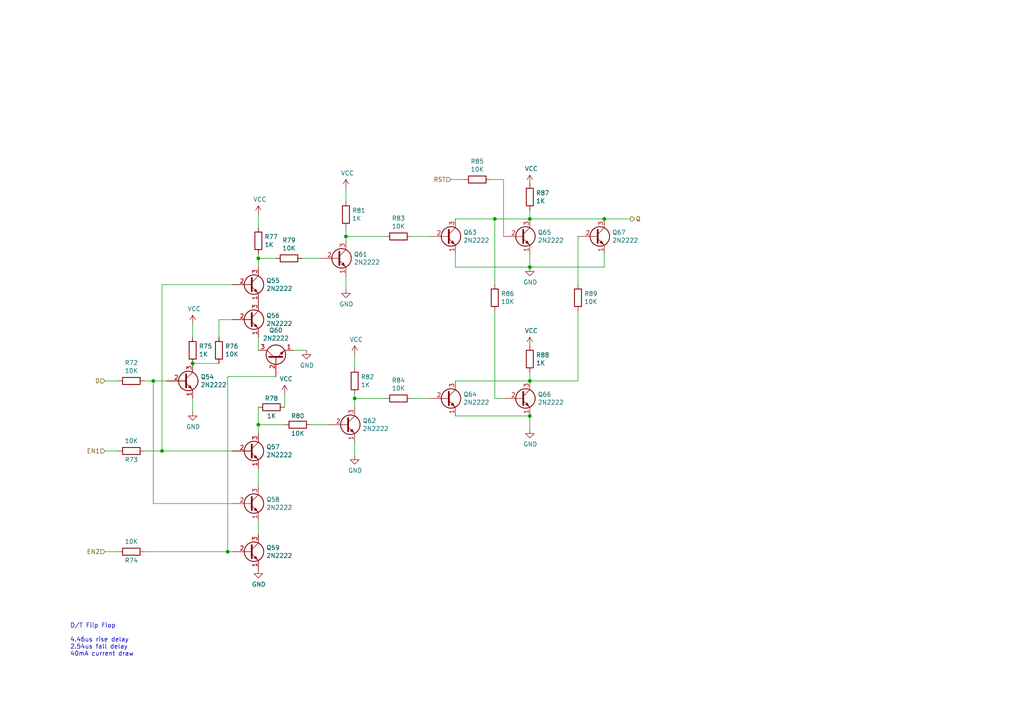
<source format=kicad_sch>
(kicad_sch (version 20230121) (generator eeschema)
  (paper "A4")
  (title_block (title "D Flip Flop") (date "2019-12-24") (rev "1") (comment 4 "Also doubles as a T flip-fop if desired"))
  (lib_symbols
    (symbol "2n2222:2N2222" (pin_names (offset 0) hide)
      (property "Reference" "Q" (at 5.08 1.905 0))
      (property "Value" "2N2222" (at 5.08 0 0))
      (symbol "2N2222_0_1"
        (polyline (pts (xy 0.635 0.635) (xy 2.54 2.54)))
        (polyline (pts (xy 0.635 -0.635) (xy 2.54 -2.54) (xy 2.54 -2.54)))
        (polyline (pts (xy 0.635 1.905) (xy 0.635 -1.905) (xy 0.635 -1.905)) (stroke (width 0.508)))
        (polyline (pts (xy 1.27 -1.778) (xy 1.778 -1.27) (xy 2.286 -2.286) (xy 1.27 -1.778) (xy 1.27 -1.778)) (fill (type outline)))
        (circle (center 1.27 0) (radius 2.8194) (stroke (width 0.254)))
      )
      (symbol "2N2222_1_1"
        (pin passive line (at 2.54 -5.08 90) (length 2.54) (name "E") (number "1"))
        (pin passive line (at -5.08 0 0) (length 5.715) (name "B") (number "2"))
        (pin passive line (at 2.54 5.08 270) (length 2.54) (name "C") (number "3"))
      )
    )
    (symbol "Device:R" (pin_numbers hide) (pin_names (offset 0))
      (property "Reference" "R" (at 2.032 0 90))
      (property "Value" "R" (at 0 0 90))
      (symbol "R_0_1"
        (rectangle (start -1.016 -2.54) (end 1.016 2.54) (stroke (width 0.254)))
      )
      (symbol "R_1_1"
        (pin passive line (at 0 3.81 270) (length 1.27) (name "~") (number "1"))
        (pin passive line (at 0 -3.81 90) (length 1.27) (name "~") (number "2"))
      )
    )
    (symbol "power:GND" (power) (pin_names (offset 0))
      (property "Value" "GND" (at 0 -3.81 0))
      (symbol "GND_0_1"
        (polyline (pts (xy 0 0) (xy 0 -1.27) (xy 1.27 -1.27) (xy 0 -2.54) (xy -1.27 -1.27) (xy 0 -1.27)))
      )
      (symbol "GND_1_1"
        (pin power_in line (at 0 0 270) (length 0) hide (name "GND") (number "1"))
      )
    )
    (symbol "power:VCC" (power) (pin_names (offset 0))
      (property "Value" "VCC" (at 0 3.81 0))
      (symbol "VCC_0_1"
        (polyline (pts (xy -0.762 1.27) (xy 0 2.54)))
        (polyline (pts (xy 0 0) (xy 0 2.54)))
        (polyline (pts (xy 0 2.54) (xy 0.762 1.27)))
      )
      (symbol "VCC_1_1"
        (pin power_in line (at 0 0 90) (length 0) hide (name "VCC") (number "1"))
      )
    )
  )
  (junction (at 44.45 110.49))
  (junction (at 175.26 63.5))
  (junction (at 100.33 68.58))
  (junction (at 102.87 115.57))
  (junction (at 46.99 130.81))
  (junction (at 55.88 105.41))
  (junction (at 153.67 63.5))
  (junction (at 153.67 77.47))
  (junction (at 153.67 110.49))
  (junction (at 74.93 123.19))
  (junction (at 66.04 160.02))
  (junction (at 74.93 74.93))
  (junction (at 153.67 120.65))
  (junction (at 143.51 63.5))
  (wire (pts (xy 102.87 128.27) (xy 102.87 132.08)))
  (wire (pts (xy 153.67 124.46) (xy 153.67 120.65)))
  (wire (pts (xy 63.5 105.41) (xy 55.88 105.41)))
  (wire (pts (xy 102.87 115.57) (xy 102.87 118.11)))
  (wire (pts (xy 74.93 123.19) (xy 74.93 125.73)))
  (wire (pts (xy 153.67 77.47) (xy 175.26 77.47)))
  (wire (pts (xy 132.08 73.66) (xy 132.08 77.47)))
  (wire (pts (xy 44.45 110.49) (xy 44.45 146.05)))
  (wire (pts (xy 132.08 110.49) (xy 153.67 110.49)))
  (wire (pts (xy 111.76 68.58) (xy 100.33 68.58)))
  (wire (pts (xy 30.48 110.49) (xy 34.29 110.49)))
  (wire (pts (xy 46.99 82.55) (xy 46.99 130.81)))
  (wire (pts (xy 146.05 52.07) (xy 146.05 68.58)))
  (wire (pts (xy 132.08 77.47) (xy 153.67 77.47)))
  (wire (pts (xy 100.33 54.61) (xy 100.33 58.42)))
  (wire (pts (xy 132.08 120.65) (xy 153.67 120.65)))
  (wire (pts (xy 153.67 63.5) (xy 143.51 63.5)))
  (wire (pts (xy 143.51 115.57) (xy 146.05 115.57)))
  (wire (pts (xy 80.01 74.93) (xy 74.93 74.93)))
  (wire (pts (xy 90.17 123.19) (xy 95.25 123.19)))
  (wire (pts (xy 175.26 77.47) (xy 175.26 73.66)))
  (wire (pts (xy 34.29 130.81) (xy 30.48 130.81)))
  (wire (pts (xy 82.55 123.19) (xy 74.93 123.19)))
  (wire (pts (xy 100.33 66.04) (xy 100.33 68.58)))
  (wire (pts (xy 100.33 68.58) (xy 100.33 69.85)))
  (wire (pts (xy 46.99 130.81) (xy 41.91 130.81)))
  (wire (pts (xy 74.93 74.93) (xy 74.93 73.66)))
  (wire (pts (xy 46.99 82.55) (xy 67.31 82.55)))
  (wire (pts (xy 153.67 73.66) (xy 153.67 77.47)))
  (wire (pts (xy 167.64 82.55) (xy 167.64 68.58)))
  (wire (pts (xy 74.93 135.89) (xy 74.93 140.97)))
  (wire (pts (xy 74.93 118.11) (xy 74.93 123.19)))
  (wire (pts (xy 74.93 154.94) (xy 74.93 151.13)))
  (wire (pts (xy 41.91 110.49) (xy 44.45 110.49)))
  (wire (pts (xy 85.09 101.6) (xy 88.9 101.6)))
  (wire (pts (xy 66.04 109.22) (xy 66.04 160.02)))
  (wire (pts (xy 44.45 146.05) (xy 67.31 146.05)))
  (wire (pts (xy 55.88 97.79) (xy 55.88 93.98)))
  (wire (pts (xy 119.38 68.58) (xy 124.46 68.58)))
  (wire (pts (xy 143.51 63.5) (xy 143.51 82.55)))
  (wire (pts (xy 153.67 63.5) (xy 153.67 60.96)))
  (wire (pts (xy 66.04 160.02) (xy 67.31 160.02)))
  (wire (pts (xy 74.93 77.47) (xy 74.93 74.93)))
  (wire (pts (xy 102.87 102.87) (xy 102.87 106.68)))
  (wire (pts (xy 74.93 97.79) (xy 74.93 101.6)))
  (wire (pts (xy 153.67 110.49) (xy 153.67 107.95)))
  (wire (pts (xy 55.88 119.38) (xy 55.88 115.57)))
  (wire (pts (xy 102.87 114.3) (xy 102.87 115.57)))
  (wire (pts (xy 175.26 63.5) (xy 182.88 63.5)))
  (wire (pts (xy 143.51 90.17) (xy 143.51 115.57)))
  (wire (pts (xy 119.38 115.57) (xy 124.46 115.57)))
  (wire (pts (xy 130.81 52.07) (xy 134.62 52.07)))
  (wire (pts (xy 63.5 92.71) (xy 67.31 92.71)))
  (wire (pts (xy 143.51 63.5) (xy 132.08 63.5)))
  (wire (pts (xy 111.76 115.57) (xy 102.87 115.57)))
  (wire (pts (xy 66.04 109.22) (xy 80.01 109.22)))
  (wire (pts (xy 153.67 110.49) (xy 167.64 110.49)))
  (wire (pts (xy 44.45 110.49) (xy 48.26 110.49)))
  (wire (pts (xy 74.93 66.04) (xy 74.93 62.23)))
  (wire (pts (xy 100.33 80.01) (xy 100.33 83.82)))
  (wire (pts (xy 46.99 130.81) (xy 67.31 130.81)))
  (wire (pts (xy 63.5 97.79) (xy 63.5 92.71)))
  (wire (pts (xy 167.64 110.49) (xy 167.64 90.17)))
  (wire (pts (xy 41.91 160.02) (xy 66.04 160.02)))
  (wire (pts (xy 142.24 52.07) (xy 146.05 52.07)))
  (wire (pts (xy 87.63 74.93) (xy 92.71 74.93)))
  (wire (pts (xy 82.55 118.11) (xy 82.55 114.3)))
  (wire (pts (xy 30.48 160.02) (xy 34.29 160.02)))
  (wire (pts (xy 153.67 63.5) (xy 175.26 63.5)))
  (text "D/T Flip Flop\n\n4.46us rise delay\n2.54us fall delay\n40mA current draw" (at 20.32 190.5 0) (effects (font (size 1.27 1.27)) (justify left bottom)))
  (hierarchical_label "Q" (shape output) (at 182.88 63.5 0))
  (hierarchical_label "D" (shape input) (at 30.48 110.49 180))
  (hierarchical_label "EN2" (shape input) (at 30.48 160.02 180))
  (hierarchical_label "EN1" (shape input) (at 30.48 130.81 180))
  (hierarchical_label "RST" (shape input) (at 130.81 52.07 180))
  (symbol (lib_id "2n2222:2N2222") (at 72.39 82.55 0) (unit 1)
    (property "Reference" "Q55" (at 77.216 81.3816 0) (effects (justify left)))
    (property "Value" "2N2222" (at 77.216 83.693 0) (effects (justify left)))
    (property "Footprint" "Package_TO_SOT_THT:TO-92_Inline" (effects hide))
    (property "Datasheet" "https://www.fairchildsemi.com/datasheets/2N/2N3904.pdf" (effects hide))
  )
  (symbol (lib_id "Device:R") (at 74.93 69.85 0) (unit 1)
    (property "Reference" "R77" (at 76.708 68.6816 0) (effects (justify left)))
    (property "Value" "1K" (at 76.708 70.993 0) (effects (justify left)))
    (property "Footprint" "Resistor_THT:R_Axial_DIN0309_L9.0mm_D3.2mm_P12.70mm_Horizontal" (effects hide))
  )
  (symbol (lib_id "power:VCC") (at 74.93 62.23 0) (unit 1)
    (property "Reference" "#PWR082" (effects hide))
    (property "Value" "VCC" (at 75.3618 57.8358 0))
  )
  (symbol (lib_id "Device:R") (at 83.82 74.93 270) (unit 1)
    (property "Reference" "R79" (at 83.82 69.6722 90))
    (property "Value" "10K" (at 83.82 71.9836 90))
    (property "Footprint" "Resistor_THT:R_Axial_DIN0309_L9.0mm_D3.2mm_P12.70mm_Horizontal" (effects hide))
  )
  (symbol (lib_id "2n2222:2N2222") (at 97.79 74.93 0) (unit 1)
    (property "Reference" "Q61" (at 102.616 73.7616 0) (effects (justify left)))
    (property "Value" "2N2222" (at 102.616 76.073 0) (effects (justify left)))
    (property "Footprint" "Package_TO_SOT_THT:TO-92_Inline" (effects hide))
    (property "Datasheet" "https://www.fairchildsemi.com/datasheets/2N/2N3904.pdf" (effects hide))
  )
  (symbol (lib_id "power:VCC") (at 100.33 54.61 0) (unit 1)
    (property "Reference" "#PWR086" (effects hide))
    (property "Value" "VCC" (at 100.7618 50.2158 0))
  )
  (symbol (lib_id "power:GND") (at 100.33 83.82 0) (unit 1)
    (property "Reference" "#PWR087" (effects hide))
    (property "Value" "GND" (at 100.457 88.2142 0))
  )
  (symbol (lib_id "2n2222:2N2222") (at 72.39 92.71 0) (unit 1)
    (property "Reference" "Q56" (at 77.216 91.5416 0) (effects (justify left)))
    (property "Value" "2N2222" (at 77.216 93.853 0) (effects (justify left)))
    (property "Footprint" "Package_TO_SOT_THT:TO-92_Inline" (effects hide))
    (property "Datasheet" "https://www.fairchildsemi.com/datasheets/2N/2N3904.pdf" (effects hide))
  )
  (symbol (lib_id "2n2222:2N2222") (at 53.34 110.49 0) (unit 1)
    (property "Reference" "Q54" (at 58.166 109.3216 0) (effects (justify left)))
    (property "Value" "2N2222" (at 58.166 111.633 0) (effects (justify left)))
    (property "Footprint" "Package_TO_SOT_THT:TO-92_Inline" (effects hide))
    (property "Datasheet" "https://www.fairchildsemi.com/datasheets/2N/2N3904.pdf" (effects hide))
  )
  (symbol (lib_id "Device:R") (at 38.1 110.49 270) (unit 1)
    (property "Reference" "R72" (at 38.1 105.2322 90))
    (property "Value" "10K" (at 38.1 107.5436 90))
    (property "Footprint" "Resistor_THT:R_Axial_DIN0309_L9.0mm_D3.2mm_P12.70mm_Horizontal" (effects hide))
  )
  (symbol (lib_id "power:GND") (at 55.88 119.38 0) (unit 1)
    (property "Reference" "#PWR081" (effects hide))
    (property "Value" "GND" (at 56.007 123.7742 0))
  )
  (symbol (lib_id "power:VCC") (at 55.88 93.98 0) (unit 1)
    (property "Reference" "#PWR080" (effects hide))
    (property "Value" "VCC" (at 56.3118 89.5858 0))
  )
  (symbol (lib_id "Device:R") (at 55.88 101.6 0) (unit 1)
    (property "Reference" "R75" (at 57.658 100.4316 0) (effects (justify left)))
    (property "Value" "1K" (at 57.658 102.743 0) (effects (justify left)))
    (property "Footprint" "Resistor_THT:R_Axial_DIN0309_L9.0mm_D3.2mm_P12.70mm_Horizontal" (effects hide))
  )
  (symbol (lib_id "power:GND") (at 88.9 101.6 0) (unit 1)
    (property "Reference" "#PWR085" (effects hide))
    (property "Value" "GND" (at 89.027 105.9942 0))
  )
  (symbol (lib_id "2n2222:2N2222") (at 72.39 130.81 0) (unit 1)
    (property "Reference" "Q57" (at 77.216 129.6416 0) (effects (justify left)))
    (property "Value" "2N2222" (at 77.216 131.953 0) (effects (justify left)))
    (property "Footprint" "Package_TO_SOT_THT:TO-92_Inline" (effects hide))
    (property "Datasheet" "https://www.fairchildsemi.com/datasheets/2N/2N3904.pdf" (effects hide))
  )
  (symbol (lib_id "2n2222:2N2222") (at 72.39 146.05 0) (unit 1)
    (property "Reference" "Q58" (at 77.216 144.8816 0) (effects (justify left)))
    (property "Value" "2N2222" (at 77.216 147.193 0) (effects (justify left)))
    (property "Footprint" "Package_TO_SOT_THT:TO-92_Inline" (effects hide))
    (property "Datasheet" "https://www.fairchildsemi.com/datasheets/2N/2N3904.pdf" (effects hide))
  )
  (symbol (lib_id "Device:R") (at 102.87 110.49 0) (unit 1)
    (property "Reference" "R82" (at 104.648 109.3216 0) (effects (justify left)))
    (property "Value" "1K" (at 104.648 111.633 0) (effects (justify left)))
    (property "Footprint" "Resistor_THT:R_Axial_DIN0309_L9.0mm_D3.2mm_P12.70mm_Horizontal" (effects hide))
  )
  (symbol (lib_id "power:GND") (at 102.87 132.08 0) (unit 1)
    (property "Reference" "#PWR089" (effects hide))
    (property "Value" "GND" (at 102.997 136.4742 0))
  )
  (symbol (lib_id "Device:R") (at 115.57 68.58 270) (unit 1)
    (property "Reference" "R83" (at 115.57 63.3222 90))
    (property "Value" "10K" (at 115.57 65.6336 90))
    (property "Footprint" "Resistor_THT:R_Axial_DIN0309_L9.0mm_D3.2mm_P12.70mm_Horizontal" (effects hide))
  )
  (symbol (lib_id "2n2222:2N2222") (at 129.54 68.58 0) (unit 1)
    (property "Reference" "Q63" (at 134.366 67.4116 0) (effects (justify left)))
    (property "Value" "2N2222" (at 134.366 69.723 0) (effects (justify left)))
    (property "Footprint" "Package_TO_SOT_THT:TO-92_Inline" (effects hide))
    (property "Datasheet" "https://www.fairchildsemi.com/datasheets/2N/2N3904.pdf" (effects hide))
  )
  (symbol (lib_id "2n2222:2N2222") (at 151.13 68.58 0) (unit 1)
    (property "Reference" "Q65" (at 155.956 67.4116 0) (effects (justify left)))
    (property "Value" "2N2222" (at 155.956 69.723 0) (effects (justify left)))
    (property "Footprint" "Package_TO_SOT_THT:TO-92_Inline" (effects hide))
    (property "Datasheet" "https://www.fairchildsemi.com/datasheets/2N/2N3904.pdf" (effects hide))
  )
  (symbol (lib_id "2n2222:2N2222") (at 172.72 68.58 0) (unit 1)
    (property "Reference" "Q67" (at 177.546 67.4116 0) (effects (justify left)))
    (property "Value" "2N2222" (at 177.546 69.723 0) (effects (justify left)))
    (property "Footprint" "Package_TO_SOT_THT:TO-92_Inline" (effects hide))
    (property "Datasheet" "https://www.fairchildsemi.com/datasheets/2N/2N3904.pdf" (effects hide))
  )
  (symbol (lib_id "power:GND") (at 153.67 77.47 0) (unit 1)
    (property "Reference" "#PWR091" (effects hide))
    (property "Value" "GND" (at 153.797 81.8642 0))
  )
  (symbol (lib_id "Device:R") (at 153.67 104.14 0) (unit 1)
    (property "Reference" "R88" (at 155.448 102.9716 0) (effects (justify left)))
    (property "Value" "1K" (at 155.448 105.283 0) (effects (justify left)))
    (property "Footprint" "Resistor_THT:R_Axial_DIN0309_L9.0mm_D3.2mm_P12.70mm_Horizontal" (effects hide))
  )
  (symbol (lib_id "Device:R") (at 167.64 86.36 0) (unit 1)
    (property "Reference" "R89" (at 169.418 85.1916 0) (effects (justify left)))
    (property "Value" "10K" (at 169.418 87.503 0) (effects (justify left)))
    (property "Footprint" "Resistor_THT:R_Axial_DIN0309_L9.0mm_D3.2mm_P12.70mm_Horizontal" (effects hide))
  )
  (symbol (lib_id "Device:R") (at 100.33 62.23 0) (unit 1)
    (property "Reference" "R81" (at 102.108 61.0616 0) (effects (justify left)))
    (property "Value" "1K" (at 102.108 63.373 0) (effects (justify left)))
    (property "Footprint" "Resistor_THT:R_Axial_DIN0309_L9.0mm_D3.2mm_P12.70mm_Horizontal" (effects hide))
  )
  (symbol (lib_id "Device:R") (at 63.5 101.6 0) (unit 1)
    (property "Reference" "R76" (at 65.278 100.4316 0) (effects (justify left)))
    (property "Value" "10K" (at 65.278 102.743 0) (effects (justify left)))
    (property "Footprint" "Resistor_THT:R_Axial_DIN0309_L9.0mm_D3.2mm_P12.70mm_Horizontal" (effects hide))
  )
  (symbol (lib_id "2n2222:2N2222") (at 80.01 104.14 90) (unit 1)
    (property "Reference" "Q60" (at 80.01 95.8088 90))
    (property "Value" "2N2222" (at 80.01 98.1202 90))
    (property "Footprint" "Package_TO_SOT_THT:TO-92_Inline" (effects hide))
    (property "Datasheet" "https://www.fairchildsemi.com/datasheets/2N/2N3904.pdf" (effects hide))
  )
  (symbol (lib_id "power:GND") (at 74.93 165.1 0) (unit 1)
    (property "Reference" "#PWR083" (effects hide))
    (property "Value" "GND" (at 75.057 169.4942 0))
  )
  (symbol (lib_id "Device:R") (at 38.1 130.81 270) (unit 1)
    (property "Reference" "R73" (at 38.1 133.35 90))
    (property "Value" "10K" (at 38.1 127.8636 90))
    (property "Footprint" "Resistor_THT:R_Axial_DIN0309_L9.0mm_D3.2mm_P12.70mm_Horizontal" (effects hide))
  )
  (symbol (lib_id "Device:R") (at 78.74 118.11 270) (unit 1)
    (property "Reference" "R78" (at 78.74 115.57 90))
    (property "Value" "1K" (at 78.74 120.65 90))
    (property "Footprint" "Resistor_THT:R_Axial_DIN0309_L9.0mm_D3.2mm_P12.70mm_Horizontal" (effects hide))
  )
  (symbol (lib_id "Device:R") (at 86.36 123.19 270) (unit 1)
    (property "Reference" "R80" (at 86.36 120.65 90))
    (property "Value" "10K" (at 86.36 125.73 90))
    (property "Footprint" "Resistor_THT:R_Axial_DIN0309_L9.0mm_D3.2mm_P12.70mm_Horizontal" (effects hide))
  )
  (symbol (lib_id "power:VCC") (at 82.55 114.3 0) (unit 1)
    (property "Reference" "#PWR084" (effects hide))
    (property "Value" "VCC" (at 82.9818 109.9058 0))
  )
  (symbol (lib_id "2n2222:2N2222") (at 100.33 123.19 0) (unit 1)
    (property "Reference" "Q62" (at 105.156 122.0216 0) (effects (justify left)))
    (property "Value" "2N2222" (at 105.156 124.333 0) (effects (justify left)))
    (property "Footprint" "Package_TO_SOT_THT:TO-92_Inline" (effects hide))
    (property "Datasheet" "https://www.fairchildsemi.com/datasheets/2N/2N3904.pdf" (effects hide))
  )
  (symbol (lib_id "power:VCC") (at 102.87 102.87 0) (unit 1)
    (property "Reference" "#PWR088" (effects hide))
    (property "Value" "VCC" (at 103.3018 98.4758 0))
  )
  (symbol (lib_id "2n2222:2N2222") (at 72.39 160.02 0) (unit 1)
    (property "Reference" "Q59" (at 77.216 158.8516 0) (effects (justify left)))
    (property "Value" "2N2222" (at 77.216 161.163 0) (effects (justify left)))
    (property "Footprint" "Package_TO_SOT_THT:TO-92_Inline" (effects hide))
    (property "Datasheet" "https://www.fairchildsemi.com/datasheets/2N/2N3904.pdf" (effects hide))
  )
  (symbol (lib_id "Device:R") (at 38.1 160.02 270) (unit 1)
    (property "Reference" "R74" (at 38.1 162.56 90))
    (property "Value" "10K" (at 38.1 157.0736 90))
    (property "Footprint" "Resistor_THT:R_Axial_DIN0309_L9.0mm_D3.2mm_P12.70mm_Horizontal" (effects hide))
  )
  (symbol (lib_id "Device:R") (at 115.57 115.57 270) (unit 1)
    (property "Reference" "R84" (at 115.57 110.3122 90))
    (property "Value" "10K" (at 115.57 112.6236 90))
    (property "Footprint" "Resistor_THT:R_Axial_DIN0309_L9.0mm_D3.2mm_P12.70mm_Horizontal" (effects hide))
  )
  (symbol (lib_id "Device:R") (at 153.67 57.15 180) (unit 1)
    (property "Reference" "R87" (at 155.448 55.9816 0) (effects (justify right)))
    (property "Value" "1K" (at 155.448 58.293 0) (effects (justify right)))
    (property "Footprint" "Resistor_THT:R_Axial_DIN0309_L9.0mm_D3.2mm_P12.70mm_Horizontal" (effects hide))
  )
  (symbol (lib_id "power:VCC") (at 153.67 53.34 0) (unit 1)
    (property "Reference" "#PWR090" (effects hide))
    (property "Value" "VCC" (at 154.1018 48.9458 0))
  )
  (symbol (lib_id "Device:R") (at 138.43 52.07 270) (unit 1)
    (property "Reference" "R85" (at 138.43 46.8122 90))
    (property "Value" "10K" (at 138.43 49.1236 90))
    (property "Footprint" "Resistor_THT:R_Axial_DIN0309_L9.0mm_D3.2mm_P12.70mm_Horizontal" (effects hide))
  )
  (symbol (lib_id "2n2222:2N2222") (at 129.54 115.57 0) (unit 1)
    (property "Reference" "Q64" (at 134.366 114.4016 0) (effects (justify left)))
    (property "Value" "2N2222" (at 134.366 116.713 0) (effects (justify left)))
    (property "Footprint" "Package_TO_SOT_THT:TO-92_Inline" (effects hide))
    (property "Datasheet" "https://www.fairchildsemi.com/datasheets/2N/2N3904.pdf" (effects hide))
  )
  (symbol (lib_id "2n2222:2N2222") (at 151.13 115.57 0) (unit 1)
    (property "Reference" "Q66" (at 155.956 114.4016 0) (effects (justify left)))
    (property "Value" "2N2222" (at 155.956 116.713 0) (effects (justify left)))
    (property "Footprint" "Package_TO_SOT_THT:TO-92_Inline" (effects hide))
    (property "Datasheet" "https://www.fairchildsemi.com/datasheets/2N/2N3904.pdf" (effects hide))
  )
  (symbol (lib_id "power:GND") (at 153.67 124.46 0) (unit 1)
    (property "Reference" "#PWR093" (effects hide))
    (property "Value" "GND" (at 153.797 128.8542 0))
  )
  (symbol (lib_id "power:VCC") (at 153.67 100.33 0) (unit 1)
    (property "Reference" "#PWR092" (effects hide))
    (property "Value" "VCC" (at 154.1018 95.9358 0))
  )
  (symbol (lib_id "Device:R") (at 143.51 86.36 0) (unit 1)
    (property "Reference" "R86" (at 145.288 85.1916 0) (effects (justify left)))
    (property "Value" "10K" (at 145.288 87.503 0) (effects (justify left)))
    (property "Footprint" "Resistor_THT:R_Axial_DIN0309_L9.0mm_D3.2mm_P12.70mm_Horizontal" (effects hide))
  )
)
</source>
